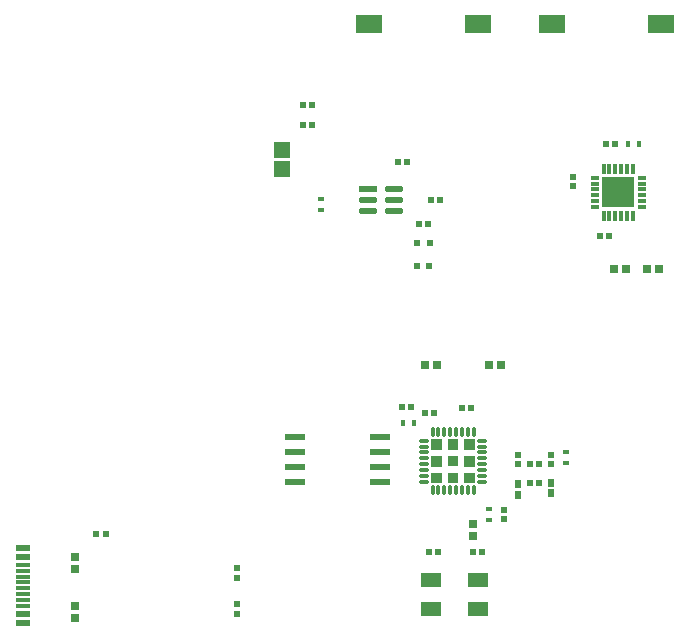
<source format=gtp>
%TF.GenerationSoftware,Altium Limited,Altium Designer,23.10.1 (27)*%
G04 Layer_Color=8421504*
%FSLAX45Y45*%
%MOMM*%
%TF.SameCoordinates,657BE803-862A-4D57-AC19-647AB52C20B0*%
%TF.FilePolarity,Positive*%
%TF.FileFunction,Paste,Top*%
%TF.Part,Single*%
G01*
G75*
%TA.AperFunction,SMDPad,CuDef*%
%ADD12R,0.62000X0.66000*%
%ADD13R,0.51535X0.47247*%
%ADD14R,2.18000X1.60000*%
%ADD15R,2.20000X1.60000*%
%ADD16R,0.54000X0.58000*%
%ADD17R,0.45000X0.60000*%
G04:AMPARAMS|DCode=18|XSize=1.61mm|YSize=0.58mm|CornerRadius=0.0725mm|HoleSize=0mm|Usage=FLASHONLY|Rotation=0.000|XOffset=0mm|YOffset=0mm|HoleType=Round|Shape=RoundedRectangle|*
%AMROUNDEDRECTD18*
21,1,1.61000,0.43500,0,0,0.0*
21,1,1.46500,0.58000,0,0,0.0*
1,1,0.14500,0.73250,-0.21750*
1,1,0.14500,-0.73250,-0.21750*
1,1,0.14500,-0.73250,0.21750*
1,1,0.14500,0.73250,0.21750*
%
%ADD18ROUNDEDRECTD18*%
%ADD19R,0.60000X0.55000*%
%ADD20R,0.55000X0.60000*%
%ADD21R,1.80000X1.20000*%
G04:AMPARAMS|DCode=23|XSize=0.81mm|YSize=0.27mm|CornerRadius=0.03375mm|HoleSize=0mm|Usage=FLASHONLY|Rotation=180.000|XOffset=0mm|YOffset=0mm|HoleType=Round|Shape=RoundedRectangle|*
%AMROUNDEDRECTD23*
21,1,0.81000,0.20250,0,0,180.0*
21,1,0.74250,0.27000,0,0,180.0*
1,1,0.06750,-0.37125,0.10125*
1,1,0.06750,0.37125,0.10125*
1,1,0.06750,0.37125,-0.10125*
1,1,0.06750,-0.37125,-0.10125*
%
%ADD23ROUNDEDRECTD23*%
G04:AMPARAMS|DCode=24|XSize=0.27mm|YSize=0.81mm|CornerRadius=0.03375mm|HoleSize=0mm|Usage=FLASHONLY|Rotation=180.000|XOffset=0mm|YOffset=0mm|HoleType=Round|Shape=RoundedRectangle|*
%AMROUNDEDRECTD24*
21,1,0.27000,0.74250,0,0,180.0*
21,1,0.20250,0.81000,0,0,180.0*
1,1,0.06750,-0.10125,0.37125*
1,1,0.06750,0.10125,0.37125*
1,1,0.06750,0.10125,-0.37125*
1,1,0.06750,-0.10125,-0.37125*
%
%ADD24ROUNDEDRECTD24*%
%ADD25R,0.67248X0.66817*%
%ADD26R,1.45620X1.35443*%
%ADD27R,1.15000X0.30000*%
%ADD28R,1.15000X0.60000*%
%ADD36R,2.70000X2.60000*%
%ADD37R,0.80000X0.35000*%
%ADD38R,0.35000X0.85000*%
%ADD39R,0.66817X0.67248*%
%ADD40R,0.58000X0.54000*%
%ADD41R,0.65000X0.65000*%
%ADD42R,0.56000X0.52000*%
G04:AMPARAMS|DCode=43|XSize=1.55439mm|YSize=0.57213mm|CornerRadius=0.28606mm|HoleSize=0mm|Usage=FLASHONLY|Rotation=0.000|XOffset=0mm|YOffset=0mm|HoleType=Round|Shape=RoundedRectangle|*
%AMROUNDEDRECTD43*
21,1,1.55439,0.00000,0,0,0.0*
21,1,0.98226,0.57213,0,0,0.0*
1,1,0.57213,0.49113,0.00000*
1,1,0.57213,-0.49113,0.00000*
1,1,0.57213,-0.49113,0.00000*
1,1,0.57213,0.49113,0.00000*
%
%ADD43ROUNDEDRECTD43*%
%ADD44R,1.55439X0.57213*%
%ADD45R,0.46818X0.47247*%
%ADD46R,0.60000X0.45000*%
%ADD47R,0.47500X0.50000*%
%ADD48R,0.60000X0.50000*%
%ADD94R,0.90000X0.90000*%
G36*
X4654200Y1716900D02*
X4564200D01*
Y1806900D01*
X4654200D01*
Y1716900D01*
D02*
G37*
G36*
X4514200D02*
X4424200D01*
Y1806900D01*
X4514200D01*
Y1716900D01*
D02*
G37*
G36*
X4374200D02*
X4284200D01*
Y1806900D01*
X4374200D01*
Y1716900D01*
D02*
G37*
G36*
X4654200Y1576900D02*
X4564200D01*
Y1666900D01*
X4654200D01*
Y1576900D01*
D02*
G37*
G36*
X4374200D02*
X4284200D01*
Y1666900D01*
X4374200D01*
Y1576900D01*
D02*
G37*
G36*
X4654200Y1436900D02*
X4564200D01*
Y1526900D01*
X4654200D01*
Y1436900D01*
D02*
G37*
G36*
X4514200D02*
X4424200D01*
Y1526900D01*
X4514200D01*
Y1436900D01*
D02*
G37*
G36*
X4374200D02*
X4284200D01*
Y1526900D01*
X4374200D01*
Y1436900D01*
D02*
G37*
D12*
X5016500Y1340300D02*
D03*
Y1428300D02*
D03*
X5295900Y1441000D02*
D03*
Y1353000D02*
D03*
D13*
X5194056Y1435100D02*
D03*
X5118344D02*
D03*
X3276356Y4635500D02*
D03*
X3200644D02*
D03*
X3276356Y4470400D02*
D03*
X3200644D02*
D03*
X5194056Y1600200D02*
D03*
X5118344D02*
D03*
D14*
X3756900Y5321300D02*
D03*
X6225300D02*
D03*
D15*
X4675900D02*
D03*
X5306300D02*
D03*
D16*
X4902200Y1207400D02*
D03*
Y1129400D02*
D03*
X5486400Y3948800D02*
D03*
Y4026800D02*
D03*
X5295656Y1599300D02*
D03*
Y1677300D02*
D03*
X5016256D02*
D03*
Y1599300D02*
D03*
D17*
X4136900Y1943100D02*
D03*
X4041900D02*
D03*
X6041900Y4305300D02*
D03*
X5946900D02*
D03*
D18*
X3130174Y1827740D02*
D03*
Y1700740D02*
D03*
Y1573740D02*
D03*
Y1446740D02*
D03*
X3851174D02*
D03*
Y1573740D02*
D03*
Y1700740D02*
D03*
Y1827740D02*
D03*
D19*
X2641600Y630600D02*
D03*
Y715600D02*
D03*
Y410800D02*
D03*
Y325800D02*
D03*
D20*
X1443400Y1003300D02*
D03*
X1528400D02*
D03*
D21*
X4683100Y375300D02*
D03*
X4283100D02*
D03*
Y615300D02*
D03*
X4683100D02*
D03*
D23*
X4224200Y1446900D02*
D03*
Y1496900D02*
D03*
Y1546900D02*
D03*
Y1596900D02*
D03*
Y1646900D02*
D03*
Y1696900D02*
D03*
Y1746900D02*
D03*
Y1796900D02*
D03*
X4714200D02*
D03*
Y1746900D02*
D03*
Y1696900D02*
D03*
Y1646900D02*
D03*
Y1596900D02*
D03*
Y1546900D02*
D03*
Y1496900D02*
D03*
Y1446900D02*
D03*
D24*
X4644200Y1376900D02*
D03*
X4594200D02*
D03*
X4544200D02*
D03*
X4494200D02*
D03*
X4444200D02*
D03*
X4394200D02*
D03*
X4344200D02*
D03*
X4294200D02*
D03*
Y1866900D02*
D03*
X4344200D02*
D03*
X4394200D02*
D03*
X4444200D02*
D03*
X4494200D02*
D03*
X4544200D02*
D03*
X4594200D02*
D03*
X4644200D02*
D03*
D25*
X1270000Y292685D02*
D03*
Y393115D02*
D03*
Y711785D02*
D03*
Y812215D02*
D03*
D26*
X3022600Y4255889D02*
D03*
Y4100712D02*
D03*
D27*
X828900Y746500D02*
D03*
Y696500D02*
D03*
Y646500D02*
D03*
Y596500D02*
D03*
Y546500D02*
D03*
Y496500D02*
D03*
Y446500D02*
D03*
Y396500D02*
D03*
D28*
Y811500D02*
D03*
Y331500D02*
D03*
Y891500D02*
D03*
Y251500D02*
D03*
D36*
X5867400Y3898900D02*
D03*
D37*
X5667400Y4023900D02*
D03*
Y3973900D02*
D03*
Y3923900D02*
D03*
Y3873900D02*
D03*
Y3823900D02*
D03*
Y3773900D02*
D03*
X6067400Y4023900D02*
D03*
Y3973900D02*
D03*
Y3923900D02*
D03*
Y3873900D02*
D03*
Y3823900D02*
D03*
Y3773900D02*
D03*
D38*
X5742400Y3701400D02*
D03*
X5792400D02*
D03*
X5842400D02*
D03*
X5892400D02*
D03*
X5942400D02*
D03*
X5992400D02*
D03*
X5742400Y4096400D02*
D03*
X5792400D02*
D03*
X5842400D02*
D03*
X5892400D02*
D03*
X5942400D02*
D03*
X5992400D02*
D03*
D39*
X5829885Y3251200D02*
D03*
X5930315D02*
D03*
X6209715D02*
D03*
X6109285D02*
D03*
X4775785Y2438400D02*
D03*
X4876215D02*
D03*
X4229685D02*
D03*
X4330115D02*
D03*
D40*
X5714100Y3530600D02*
D03*
X5792100D02*
D03*
X5764900Y4305300D02*
D03*
X5842900D02*
D03*
X4037700Y2082800D02*
D03*
X4115700D02*
D03*
X4545700Y2070100D02*
D03*
X4623700D02*
D03*
X4077600Y4152900D02*
D03*
X3999600D02*
D03*
X4306200Y2032000D02*
D03*
X4228200D02*
D03*
D41*
X4635500Y992200D02*
D03*
Y1092200D02*
D03*
D42*
X4634600Y850900D02*
D03*
X4712600D02*
D03*
X4344300D02*
D03*
X4266300D02*
D03*
D43*
X3970829Y3930400D02*
D03*
Y3835400D02*
D03*
Y3740400D02*
D03*
X3750771D02*
D03*
Y3835400D02*
D03*
D44*
Y3930400D02*
D03*
D45*
X4277785Y3835400D02*
D03*
X4358215D02*
D03*
X4256615Y3632200D02*
D03*
X4176185D02*
D03*
D46*
X3346450Y3844800D02*
D03*
Y3749800D02*
D03*
X4775200Y1120900D02*
D03*
Y1215900D02*
D03*
X5422900Y1698500D02*
D03*
Y1603500D02*
D03*
D47*
X4165145Y3276600D02*
D03*
X4267655D02*
D03*
D48*
X4271400Y3467100D02*
D03*
X4161400D02*
D03*
D94*
X4469200Y1621900D02*
D03*
%TF.MD5,77d68db2872ffade56c83fa3aaf0f864*%
M02*

</source>
